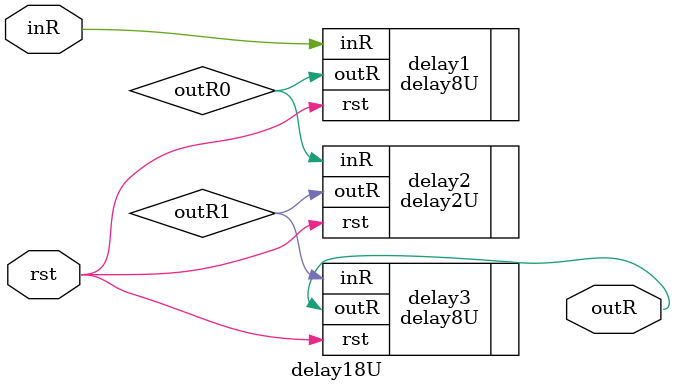
<source format=v>
`timescale 1ns / 1ps

module delay18U(inR, outR, rst);
input inR, rst;
output outR;

wire outR0, outR1;


delay8U delay1(.inR(inR  ), .outR(outR0), .rst(rst));
delay2U delay2(.inR(outR0), .outR(outR1), .rst(rst));
delay8U delay3(.inR(outR1), .outR(outR ), .rst(rst));
endmodule


</source>
